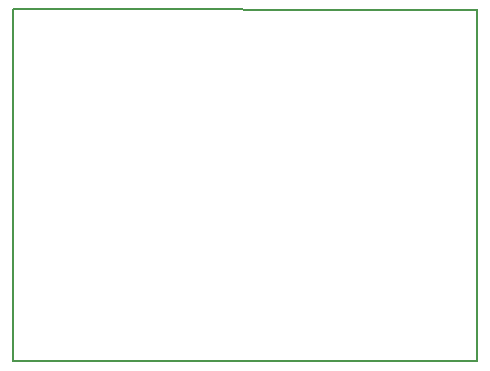
<source format=gm1>
G04 #@! TF.GenerationSoftware,KiCad,Pcbnew,5.0.1-33cea8e~68~ubuntu14.04.1*
G04 #@! TF.CreationDate,2018-11-10T00:36:54-08:00*
G04 #@! TF.ProjectId,sram-addon,7372616D2D6164646F6E2E6B69636164,rev?*
G04 #@! TF.SameCoordinates,Original*
G04 #@! TF.FileFunction,Profile,NP*
%FSLAX46Y46*%
G04 Gerber Fmt 4.6, Leading zero omitted, Abs format (unit mm)*
G04 Created by KiCad (PCBNEW 5.0.1-33cea8e~68~ubuntu14.04.1) date Sat 10 Nov 2018 12:36:54 AM PST*
%MOMM*%
%LPD*%
G01*
G04 APERTURE LIST*
%ADD10C,0.150000*%
G04 APERTURE END LIST*
D10*
X146730720Y-73273920D02*
X107431840Y-73253600D01*
X146738340Y-102984300D02*
X146761200Y-73258680D01*
X107411520Y-103042720D02*
X146725640Y-102984300D01*
X107421680Y-73271380D02*
X107411520Y-103042720D01*
M02*

</source>
